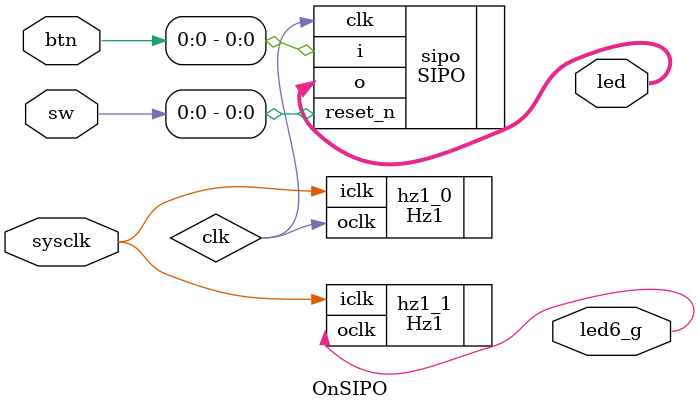
<source format=v>
`timescale 1ns / 1ps


module OnSIPO(
    output led6_g,
    output [3:0]led,
    input sysclk,
    input[3:0]sw,
    input [3:0]btn
    );
    
    wire clk;
    
    Hz1#(125000000, 1) hz1_0(.oclk(clk), .iclk(sysclk));
    Hz1#(125000000, 1) hz1_1(.oclk(led6_g), .iclk(sysclk));
    
    SIPO #(4) sipo(.o(led), .clk(clk), .reset_n(sw[0]), .i(btn[0]));
endmodule

</source>
